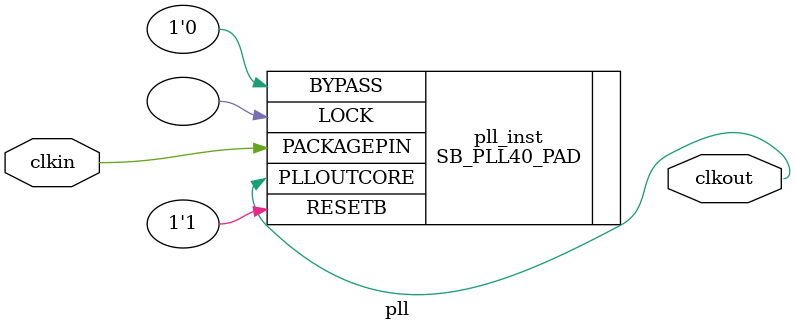
<source format=v>
module pll(
    input wire clkin,  // 12 MHz input clock
    output wire clkout // 30 MHz output clock
);
    SB_PLL40_PAD #(
        .FEEDBACK_PATH("SIMPLE"),
        .DIVR(4'b0000),         // Divider R
        .DIVF(7'b0111111),      // Divider F
        .DIVQ(3'b100),          // Divider Q
        .FILTER_RANGE(3'b001)   // Filter Range
    ) pll_inst (
        .PACKAGEPIN(clkin),
        .PLLOUTCORE(clkout),
        .LOCK(),
        .BYPASS(1'b0),
        .RESETB(1'b1)
    );
endmodule


</source>
